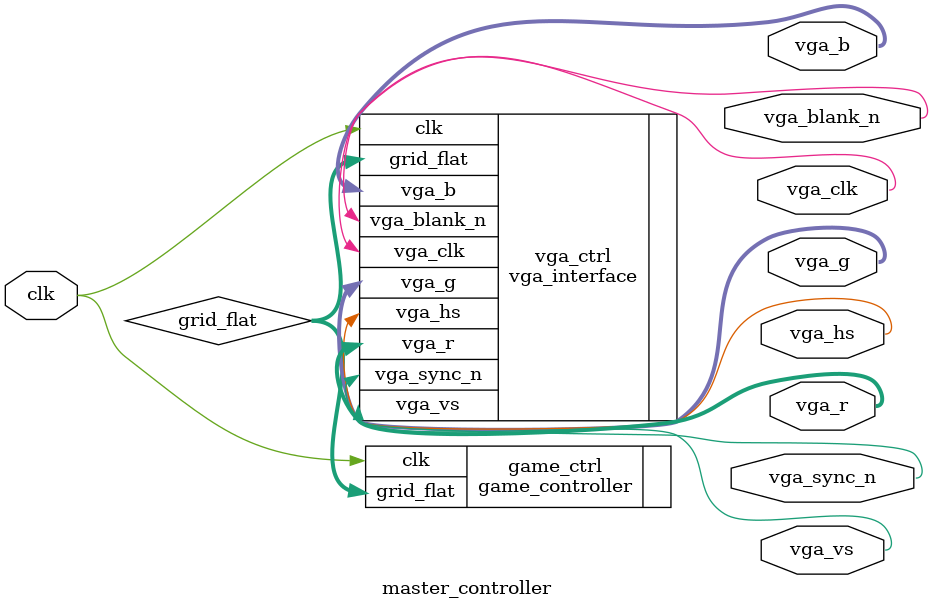
<source format=v>
module master_controller (
    input wire clk,                // 50 MHz clock
    output wire [7:0] vga_r,       // VGA Red output (8 bits)
    output wire [7:0] vga_g,       // VGA Green output (8 bits)
    output wire [7:0] vga_b,       // VGA Blue output (8 bits)
    output wire vga_hs,            // VGA Horizontal Sync
    output wire vga_vs,            // VGA Vertical Sync
    output wire vga_clk,           // VGA Clock for the DAC
    output wire vga_sync_n,        // VGA Sync (active low)
    output wire vga_blank_n        // VGA Blanking (active low)
);

    // Declare the 64x48 grid wire
    wire [6143:0] grid_flat;

    // Instantiate the game controller
    game_controller game_ctrl (
        .clk(clk),
        .grid_flat(grid_flat)
    );

    // Instantiate the VGA interface
    vga_interface vga_ctrl (
        .clk(clk),
        .grid_flat(grid_flat),
        .vga_r(vga_r),
        .vga_g(vga_g),
        .vga_b(vga_b),
        .vga_hs(vga_hs),
        .vga_vs(vga_vs),
        .vga_clk(vga_clk),
        .vga_sync_n(vga_sync_n),
        .vga_blank_n(vga_blank_n)
    );
endmodule

</source>
